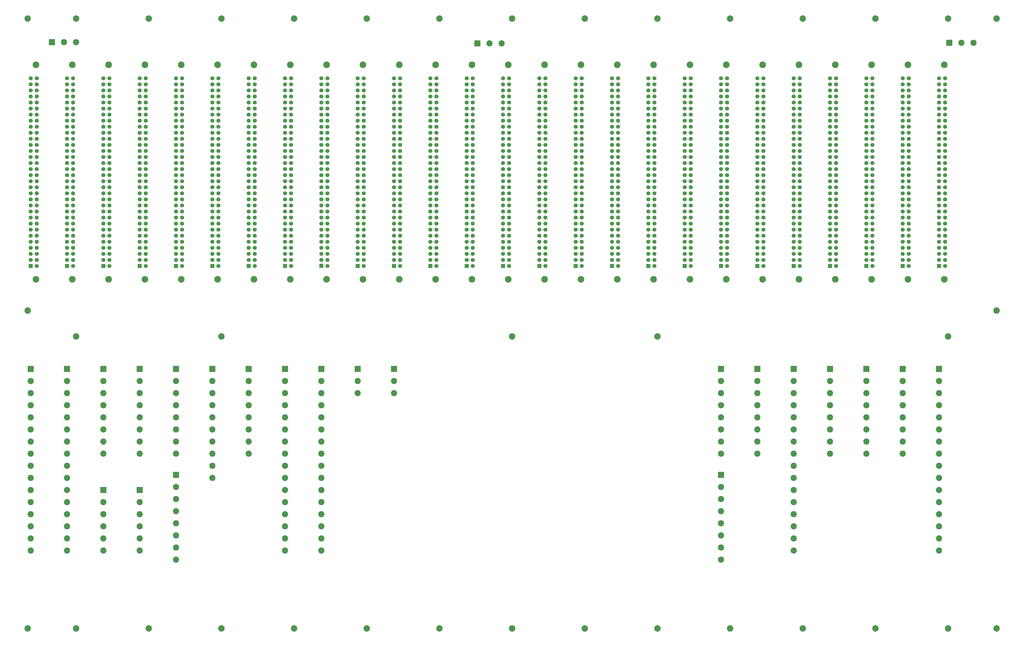
<source format=gbr>
G04 #@! TF.GenerationSoftware,KiCad,Pcbnew,(5.0.0)*
G04 #@! TF.CreationDate,2019-09-22T14:25:55+01:00*
G04 #@! TF.ProjectId,Backplane2,4261636B706C616E65322E6B69636164,rev?*
G04 #@! TF.SameCoordinates,Original*
G04 #@! TF.FileFunction,Soldermask,Top*
G04 #@! TF.FilePolarity,Negative*
%FSLAX46Y46*%
G04 Gerber Fmt 4.6, Leading zero omitted, Abs format (unit mm)*
G04 Created by KiCad (PCBNEW (5.0.0)) date 09/22/19 14:25:55*
%MOMM*%
%LPD*%
G01*
G04 APERTURE LIST*
%ADD10R,2.600000X2.600000*%
%ADD11C,2.600000*%
%ADD12C,2.700000*%
%ADD13C,2.800000*%
%ADD14C,1.700000*%
%ADD15R,1.700000X1.700000*%
G04 APERTURE END LIST*
D10*
G04 #@! TO.C,J202*
X66040000Y-228600000D03*
D11*
X66040000Y-233680000D03*
X66040000Y-238760000D03*
X66040000Y-243840000D03*
X66040000Y-248920000D03*
X66040000Y-254000000D03*
G04 #@! TD*
D10*
G04 #@! TO.C,J201*
X50800000Y-228600000D03*
D11*
X50800000Y-233680000D03*
X50800000Y-238760000D03*
X50800000Y-243840000D03*
X50800000Y-248920000D03*
X50800000Y-254000000D03*
G04 #@! TD*
D10*
G04 #@! TO.C,J106*
X96520000Y-177800000D03*
D11*
X96520000Y-182880000D03*
X96520000Y-187960000D03*
X96520000Y-193040000D03*
X96520000Y-198120000D03*
X96520000Y-203200000D03*
X96520000Y-208280000D03*
X96520000Y-213360000D03*
X96520000Y-218440000D03*
X96520000Y-223520000D03*
G04 #@! TD*
D12*
G04 #@! TO.C,TH58*
X425450000Y-30830000D03*
G04 #@! TD*
G04 #@! TO.C,TH358*
X425450000Y-286680000D03*
G04 #@! TD*
G04 #@! TO.C,TH357*
X405130000Y-286680000D03*
G04 #@! TD*
G04 #@! TO.C,TH57*
X405130000Y-30830000D03*
G04 #@! TD*
G04 #@! TO.C,TH3*
X222250000Y-164180000D03*
G04 #@! TD*
G04 #@! TO.C,TH4*
X222250000Y-286680000D03*
G04 #@! TD*
G04 #@! TO.C,TH251*
X283210000Y-164180000D03*
G04 #@! TD*
G04 #@! TO.C,TH239*
X100330000Y-164180000D03*
G04 #@! TD*
G04 #@! TO.C,TH235*
X39370000Y-164180000D03*
G04 #@! TD*
G04 #@! TO.C,TH139*
X425450000Y-153330000D03*
G04 #@! TD*
G04 #@! TO.C,TH135*
X19050000Y-153330000D03*
G04 #@! TD*
G04 #@! TO.C,TH1*
X222250000Y-30830000D03*
G04 #@! TD*
G04 #@! TO.C,TH45*
X191770000Y-30830000D03*
G04 #@! TD*
G04 #@! TO.C,TH33*
X19050000Y-30830000D03*
G04 #@! TD*
G04 #@! TO.C,TH35*
X39370000Y-30830000D03*
G04 #@! TD*
G04 #@! TO.C,TH37*
X69850000Y-30830000D03*
G04 #@! TD*
G04 #@! TO.C,TH39*
X100330000Y-30830000D03*
G04 #@! TD*
G04 #@! TO.C,TH41*
X130810000Y-30830000D03*
G04 #@! TD*
G04 #@! TO.C,TH43*
X161290000Y-30830000D03*
G04 #@! TD*
G04 #@! TO.C,TH49*
X252730000Y-30830000D03*
G04 #@! TD*
G04 #@! TO.C,TH51*
X283210000Y-30830000D03*
G04 #@! TD*
G04 #@! TO.C,TH53*
X313690000Y-30830000D03*
G04 #@! TD*
G04 #@! TO.C,TH55*
X344170000Y-30830000D03*
G04 #@! TD*
G04 #@! TO.C,TH333*
X19050000Y-286680000D03*
G04 #@! TD*
G04 #@! TO.C,TH335*
X39370000Y-286680000D03*
G04 #@! TD*
G04 #@! TO.C,TH337*
X69850000Y-286680000D03*
G04 #@! TD*
G04 #@! TO.C,TH339*
X100330000Y-286680000D03*
G04 #@! TD*
G04 #@! TO.C,TH341*
X130810000Y-286680000D03*
G04 #@! TD*
G04 #@! TO.C,TH343*
X161290000Y-286680000D03*
G04 #@! TD*
G04 #@! TO.C,TH345*
X191770000Y-286680000D03*
G04 #@! TD*
G04 #@! TO.C,TH348*
X252730000Y-286680000D03*
G04 #@! TD*
G04 #@! TO.C,TH350*
X283210000Y-286680000D03*
G04 #@! TD*
G04 #@! TO.C,TH352*
X313690000Y-286680000D03*
G04 #@! TD*
G04 #@! TO.C,TH354*
X344170000Y-286680000D03*
G04 #@! TD*
G04 #@! TO.C,TH256*
X405130000Y-164180000D03*
G04 #@! TD*
G04 #@! TO.C,TH56*
X374650000Y-30830000D03*
G04 #@! TD*
G04 #@! TO.C,TH356*
X374650000Y-286680000D03*
G04 #@! TD*
D13*
G04 #@! TO.C,J1*
X22560000Y-50250000D03*
X22560000Y-140250000D03*
D14*
X22860000Y-55880000D03*
X20320000Y-55880000D03*
X22860000Y-58420000D03*
X20320000Y-58420000D03*
X22860000Y-60960000D03*
X20320000Y-60960000D03*
X22860000Y-63500000D03*
X20320000Y-63500000D03*
X22860000Y-66040000D03*
X20320000Y-66040000D03*
X22860000Y-68580000D03*
X20320000Y-68580000D03*
X22860000Y-71120000D03*
X20320000Y-71120000D03*
X22860000Y-73660000D03*
X20320000Y-73660000D03*
X22860000Y-76200000D03*
X20320000Y-76200000D03*
X22860000Y-78740000D03*
X20320000Y-78740000D03*
X22860000Y-81280000D03*
X20320000Y-81280000D03*
X22860000Y-83820000D03*
X20320000Y-83820000D03*
X22860000Y-86360000D03*
X20320000Y-86360000D03*
X22860000Y-88900000D03*
X20320000Y-88900000D03*
X22860000Y-91440000D03*
X20320000Y-91440000D03*
X22860000Y-93980000D03*
X20320000Y-93980000D03*
X22860000Y-96520000D03*
X20320000Y-96520000D03*
X22860000Y-99060000D03*
X20320000Y-99060000D03*
X22860000Y-101600000D03*
X20320000Y-101600000D03*
X22860000Y-104140000D03*
X20320000Y-104140000D03*
X22860000Y-106680000D03*
X20320000Y-106680000D03*
X22860000Y-109220000D03*
X20320000Y-109220000D03*
X22860000Y-111760000D03*
X20320000Y-111760000D03*
X22860000Y-114300000D03*
X20320000Y-114300000D03*
X22860000Y-116840000D03*
X20320000Y-116840000D03*
X22860000Y-119380000D03*
X20320000Y-119380000D03*
X22860000Y-121920000D03*
X20320000Y-121920000D03*
X22860000Y-124460000D03*
X20320000Y-124460000D03*
X22860000Y-127000000D03*
X20320000Y-127000000D03*
X22860000Y-129540000D03*
X20320000Y-129540000D03*
X22860000Y-132080000D03*
X20320000Y-132080000D03*
X22860000Y-134620000D03*
D15*
X20320000Y-134620000D03*
G04 #@! TD*
D13*
G04 #@! TO.C,J2*
X37800000Y-50250000D03*
X37800000Y-140250000D03*
D14*
X38100000Y-55880000D03*
X35560000Y-55880000D03*
X38100000Y-58420000D03*
X35560000Y-58420000D03*
X38100000Y-60960000D03*
X35560000Y-60960000D03*
X38100000Y-63500000D03*
X35560000Y-63500000D03*
X38100000Y-66040000D03*
X35560000Y-66040000D03*
X38100000Y-68580000D03*
X35560000Y-68580000D03*
X38100000Y-71120000D03*
X35560000Y-71120000D03*
X38100000Y-73660000D03*
X35560000Y-73660000D03*
X38100000Y-76200000D03*
X35560000Y-76200000D03*
X38100000Y-78740000D03*
X35560000Y-78740000D03*
X38100000Y-81280000D03*
X35560000Y-81280000D03*
X38100000Y-83820000D03*
X35560000Y-83820000D03*
X38100000Y-86360000D03*
X35560000Y-86360000D03*
X38100000Y-88900000D03*
X35560000Y-88900000D03*
X38100000Y-91440000D03*
X35560000Y-91440000D03*
X38100000Y-93980000D03*
X35560000Y-93980000D03*
X38100000Y-96520000D03*
X35560000Y-96520000D03*
X38100000Y-99060000D03*
X35560000Y-99060000D03*
X38100000Y-101600000D03*
X35560000Y-101600000D03*
X38100000Y-104140000D03*
X35560000Y-104140000D03*
X38100000Y-106680000D03*
X35560000Y-106680000D03*
X38100000Y-109220000D03*
X35560000Y-109220000D03*
X38100000Y-111760000D03*
X35560000Y-111760000D03*
X38100000Y-114300000D03*
X35560000Y-114300000D03*
X38100000Y-116840000D03*
X35560000Y-116840000D03*
X38100000Y-119380000D03*
X35560000Y-119380000D03*
X38100000Y-121920000D03*
X35560000Y-121920000D03*
X38100000Y-124460000D03*
X35560000Y-124460000D03*
X38100000Y-127000000D03*
X35560000Y-127000000D03*
X38100000Y-129540000D03*
X35560000Y-129540000D03*
X38100000Y-132080000D03*
X35560000Y-132080000D03*
X38100000Y-134620000D03*
D15*
X35560000Y-134620000D03*
G04 #@! TD*
D13*
G04 #@! TO.C,J3*
X53040000Y-50250000D03*
X53040000Y-140250000D03*
D14*
X53340000Y-55880000D03*
X50800000Y-55880000D03*
X53340000Y-58420000D03*
X50800000Y-58420000D03*
X53340000Y-60960000D03*
X50800000Y-60960000D03*
X53340000Y-63500000D03*
X50800000Y-63500000D03*
X53340000Y-66040000D03*
X50800000Y-66040000D03*
X53340000Y-68580000D03*
X50800000Y-68580000D03*
X53340000Y-71120000D03*
X50800000Y-71120000D03*
X53340000Y-73660000D03*
X50800000Y-73660000D03*
X53340000Y-76200000D03*
X50800000Y-76200000D03*
X53340000Y-78740000D03*
X50800000Y-78740000D03*
X53340000Y-81280000D03*
X50800000Y-81280000D03*
X53340000Y-83820000D03*
X50800000Y-83820000D03*
X53340000Y-86360000D03*
X50800000Y-86360000D03*
X53340000Y-88900000D03*
X50800000Y-88900000D03*
X53340000Y-91440000D03*
X50800000Y-91440000D03*
X53340000Y-93980000D03*
X50800000Y-93980000D03*
X53340000Y-96520000D03*
X50800000Y-96520000D03*
X53340000Y-99060000D03*
X50800000Y-99060000D03*
X53340000Y-101600000D03*
X50800000Y-101600000D03*
X53340000Y-104140000D03*
X50800000Y-104140000D03*
X53340000Y-106680000D03*
X50800000Y-106680000D03*
X53340000Y-109220000D03*
X50800000Y-109220000D03*
X53340000Y-111760000D03*
X50800000Y-111760000D03*
X53340000Y-114300000D03*
X50800000Y-114300000D03*
X53340000Y-116840000D03*
X50800000Y-116840000D03*
X53340000Y-119380000D03*
X50800000Y-119380000D03*
X53340000Y-121920000D03*
X50800000Y-121920000D03*
X53340000Y-124460000D03*
X50800000Y-124460000D03*
X53340000Y-127000000D03*
X50800000Y-127000000D03*
X53340000Y-129540000D03*
X50800000Y-129540000D03*
X53340000Y-132080000D03*
X50800000Y-132080000D03*
X53340000Y-134620000D03*
D15*
X50800000Y-134620000D03*
G04 #@! TD*
D13*
G04 #@! TO.C,J13*
X205440000Y-50250000D03*
X205440000Y-140250000D03*
D14*
X205740000Y-55880000D03*
X203200000Y-55880000D03*
X205740000Y-58420000D03*
X203200000Y-58420000D03*
X205740000Y-60960000D03*
X203200000Y-60960000D03*
X205740000Y-63500000D03*
X203200000Y-63500000D03*
X205740000Y-66040000D03*
X203200000Y-66040000D03*
X205740000Y-68580000D03*
X203200000Y-68580000D03*
X205740000Y-71120000D03*
X203200000Y-71120000D03*
X205740000Y-73660000D03*
X203200000Y-73660000D03*
X205740000Y-76200000D03*
X203200000Y-76200000D03*
X205740000Y-78740000D03*
X203200000Y-78740000D03*
X205740000Y-81280000D03*
X203200000Y-81280000D03*
X205740000Y-83820000D03*
X203200000Y-83820000D03*
X205740000Y-86360000D03*
X203200000Y-86360000D03*
X205740000Y-88900000D03*
X203200000Y-88900000D03*
X205740000Y-91440000D03*
X203200000Y-91440000D03*
X205740000Y-93980000D03*
X203200000Y-93980000D03*
X205740000Y-96520000D03*
X203200000Y-96520000D03*
X205740000Y-99060000D03*
X203200000Y-99060000D03*
X205740000Y-101600000D03*
X203200000Y-101600000D03*
X205740000Y-104140000D03*
X203200000Y-104140000D03*
X205740000Y-106680000D03*
X203200000Y-106680000D03*
X205740000Y-109220000D03*
X203200000Y-109220000D03*
X205740000Y-111760000D03*
X203200000Y-111760000D03*
X205740000Y-114300000D03*
X203200000Y-114300000D03*
X205740000Y-116840000D03*
X203200000Y-116840000D03*
X205740000Y-119380000D03*
X203200000Y-119380000D03*
X205740000Y-121920000D03*
X203200000Y-121920000D03*
X205740000Y-124460000D03*
X203200000Y-124460000D03*
X205740000Y-127000000D03*
X203200000Y-127000000D03*
X205740000Y-129540000D03*
X203200000Y-129540000D03*
X205740000Y-132080000D03*
X203200000Y-132080000D03*
X205740000Y-134620000D03*
D15*
X203200000Y-134620000D03*
G04 #@! TD*
D13*
G04 #@! TO.C,J4*
X68280000Y-50250000D03*
X68280000Y-140250000D03*
D14*
X68580000Y-55880000D03*
X66040000Y-55880000D03*
X68580000Y-58420000D03*
X66040000Y-58420000D03*
X68580000Y-60960000D03*
X66040000Y-60960000D03*
X68580000Y-63500000D03*
X66040000Y-63500000D03*
X68580000Y-66040000D03*
X66040000Y-66040000D03*
X68580000Y-68580000D03*
X66040000Y-68580000D03*
X68580000Y-71120000D03*
X66040000Y-71120000D03*
X68580000Y-73660000D03*
X66040000Y-73660000D03*
X68580000Y-76200000D03*
X66040000Y-76200000D03*
X68580000Y-78740000D03*
X66040000Y-78740000D03*
X68580000Y-81280000D03*
X66040000Y-81280000D03*
X68580000Y-83820000D03*
X66040000Y-83820000D03*
X68580000Y-86360000D03*
X66040000Y-86360000D03*
X68580000Y-88900000D03*
X66040000Y-88900000D03*
X68580000Y-91440000D03*
X66040000Y-91440000D03*
X68580000Y-93980000D03*
X66040000Y-93980000D03*
X68580000Y-96520000D03*
X66040000Y-96520000D03*
X68580000Y-99060000D03*
X66040000Y-99060000D03*
X68580000Y-101600000D03*
X66040000Y-101600000D03*
X68580000Y-104140000D03*
X66040000Y-104140000D03*
X68580000Y-106680000D03*
X66040000Y-106680000D03*
X68580000Y-109220000D03*
X66040000Y-109220000D03*
X68580000Y-111760000D03*
X66040000Y-111760000D03*
X68580000Y-114300000D03*
X66040000Y-114300000D03*
X68580000Y-116840000D03*
X66040000Y-116840000D03*
X68580000Y-119380000D03*
X66040000Y-119380000D03*
X68580000Y-121920000D03*
X66040000Y-121920000D03*
X68580000Y-124460000D03*
X66040000Y-124460000D03*
X68580000Y-127000000D03*
X66040000Y-127000000D03*
X68580000Y-129540000D03*
X66040000Y-129540000D03*
X68580000Y-132080000D03*
X66040000Y-132080000D03*
X68580000Y-134620000D03*
D15*
X66040000Y-134620000D03*
G04 #@! TD*
D13*
G04 #@! TO.C,J5*
X83520000Y-50250000D03*
X83520000Y-140250000D03*
D14*
X83820000Y-55880000D03*
X81280000Y-55880000D03*
X83820000Y-58420000D03*
X81280000Y-58420000D03*
X83820000Y-60960000D03*
X81280000Y-60960000D03*
X83820000Y-63500000D03*
X81280000Y-63500000D03*
X83820000Y-66040000D03*
X81280000Y-66040000D03*
X83820000Y-68580000D03*
X81280000Y-68580000D03*
X83820000Y-71120000D03*
X81280000Y-71120000D03*
X83820000Y-73660000D03*
X81280000Y-73660000D03*
X83820000Y-76200000D03*
X81280000Y-76200000D03*
X83820000Y-78740000D03*
X81280000Y-78740000D03*
X83820000Y-81280000D03*
X81280000Y-81280000D03*
X83820000Y-83820000D03*
X81280000Y-83820000D03*
X83820000Y-86360000D03*
X81280000Y-86360000D03*
X83820000Y-88900000D03*
X81280000Y-88900000D03*
X83820000Y-91440000D03*
X81280000Y-91440000D03*
X83820000Y-93980000D03*
X81280000Y-93980000D03*
X83820000Y-96520000D03*
X81280000Y-96520000D03*
X83820000Y-99060000D03*
X81280000Y-99060000D03*
X83820000Y-101600000D03*
X81280000Y-101600000D03*
X83820000Y-104140000D03*
X81280000Y-104140000D03*
X83820000Y-106680000D03*
X81280000Y-106680000D03*
X83820000Y-109220000D03*
X81280000Y-109220000D03*
X83820000Y-111760000D03*
X81280000Y-111760000D03*
X83820000Y-114300000D03*
X81280000Y-114300000D03*
X83820000Y-116840000D03*
X81280000Y-116840000D03*
X83820000Y-119380000D03*
X81280000Y-119380000D03*
X83820000Y-121920000D03*
X81280000Y-121920000D03*
X83820000Y-124460000D03*
X81280000Y-124460000D03*
X83820000Y-127000000D03*
X81280000Y-127000000D03*
X83820000Y-129540000D03*
X81280000Y-129540000D03*
X83820000Y-132080000D03*
X81280000Y-132080000D03*
X83820000Y-134620000D03*
D15*
X81280000Y-134620000D03*
G04 #@! TD*
D13*
G04 #@! TO.C,J6*
X98760000Y-50250000D03*
X98760000Y-140250000D03*
D14*
X99060000Y-55880000D03*
X96520000Y-55880000D03*
X99060000Y-58420000D03*
X96520000Y-58420000D03*
X99060000Y-60960000D03*
X96520000Y-60960000D03*
X99060000Y-63500000D03*
X96520000Y-63500000D03*
X99060000Y-66040000D03*
X96520000Y-66040000D03*
X99060000Y-68580000D03*
X96520000Y-68580000D03*
X99060000Y-71120000D03*
X96520000Y-71120000D03*
X99060000Y-73660000D03*
X96520000Y-73660000D03*
X99060000Y-76200000D03*
X96520000Y-76200000D03*
X99060000Y-78740000D03*
X96520000Y-78740000D03*
X99060000Y-81280000D03*
X96520000Y-81280000D03*
X99060000Y-83820000D03*
X96520000Y-83820000D03*
X99060000Y-86360000D03*
X96520000Y-86360000D03*
X99060000Y-88900000D03*
X96520000Y-88900000D03*
X99060000Y-91440000D03*
X96520000Y-91440000D03*
X99060000Y-93980000D03*
X96520000Y-93980000D03*
X99060000Y-96520000D03*
X96520000Y-96520000D03*
X99060000Y-99060000D03*
X96520000Y-99060000D03*
X99060000Y-101600000D03*
X96520000Y-101600000D03*
X99060000Y-104140000D03*
X96520000Y-104140000D03*
X99060000Y-106680000D03*
X96520000Y-106680000D03*
X99060000Y-109220000D03*
X96520000Y-109220000D03*
X99060000Y-111760000D03*
X96520000Y-111760000D03*
X99060000Y-114300000D03*
X96520000Y-114300000D03*
X99060000Y-116840000D03*
X96520000Y-116840000D03*
X99060000Y-119380000D03*
X96520000Y-119380000D03*
X99060000Y-121920000D03*
X96520000Y-121920000D03*
X99060000Y-124460000D03*
X96520000Y-124460000D03*
X99060000Y-127000000D03*
X96520000Y-127000000D03*
X99060000Y-129540000D03*
X96520000Y-129540000D03*
X99060000Y-132080000D03*
X96520000Y-132080000D03*
X99060000Y-134620000D03*
D15*
X96520000Y-134620000D03*
G04 #@! TD*
D13*
G04 #@! TO.C,J7*
X114000000Y-50250000D03*
X114000000Y-140250000D03*
D14*
X114300000Y-55880000D03*
X111760000Y-55880000D03*
X114300000Y-58420000D03*
X111760000Y-58420000D03*
X114300000Y-60960000D03*
X111760000Y-60960000D03*
X114300000Y-63500000D03*
X111760000Y-63500000D03*
X114300000Y-66040000D03*
X111760000Y-66040000D03*
X114300000Y-68580000D03*
X111760000Y-68580000D03*
X114300000Y-71120000D03*
X111760000Y-71120000D03*
X114300000Y-73660000D03*
X111760000Y-73660000D03*
X114300000Y-76200000D03*
X111760000Y-76200000D03*
X114300000Y-78740000D03*
X111760000Y-78740000D03*
X114300000Y-81280000D03*
X111760000Y-81280000D03*
X114300000Y-83820000D03*
X111760000Y-83820000D03*
X114300000Y-86360000D03*
X111760000Y-86360000D03*
X114300000Y-88900000D03*
X111760000Y-88900000D03*
X114300000Y-91440000D03*
X111760000Y-91440000D03*
X114300000Y-93980000D03*
X111760000Y-93980000D03*
X114300000Y-96520000D03*
X111760000Y-96520000D03*
X114300000Y-99060000D03*
X111760000Y-99060000D03*
X114300000Y-101600000D03*
X111760000Y-101600000D03*
X114300000Y-104140000D03*
X111760000Y-104140000D03*
X114300000Y-106680000D03*
X111760000Y-106680000D03*
X114300000Y-109220000D03*
X111760000Y-109220000D03*
X114300000Y-111760000D03*
X111760000Y-111760000D03*
X114300000Y-114300000D03*
X111760000Y-114300000D03*
X114300000Y-116840000D03*
X111760000Y-116840000D03*
X114300000Y-119380000D03*
X111760000Y-119380000D03*
X114300000Y-121920000D03*
X111760000Y-121920000D03*
X114300000Y-124460000D03*
X111760000Y-124460000D03*
X114300000Y-127000000D03*
X111760000Y-127000000D03*
X114300000Y-129540000D03*
X111760000Y-129540000D03*
X114300000Y-132080000D03*
X111760000Y-132080000D03*
X114300000Y-134620000D03*
D15*
X111760000Y-134620000D03*
G04 #@! TD*
D13*
G04 #@! TO.C,J8*
X129240000Y-50250000D03*
X129240000Y-140250000D03*
D14*
X129540000Y-55880000D03*
X127000000Y-55880000D03*
X129540000Y-58420000D03*
X127000000Y-58420000D03*
X129540000Y-60960000D03*
X127000000Y-60960000D03*
X129540000Y-63500000D03*
X127000000Y-63500000D03*
X129540000Y-66040000D03*
X127000000Y-66040000D03*
X129540000Y-68580000D03*
X127000000Y-68580000D03*
X129540000Y-71120000D03*
X127000000Y-71120000D03*
X129540000Y-73660000D03*
X127000000Y-73660000D03*
X129540000Y-76200000D03*
X127000000Y-76200000D03*
X129540000Y-78740000D03*
X127000000Y-78740000D03*
X129540000Y-81280000D03*
X127000000Y-81280000D03*
X129540000Y-83820000D03*
X127000000Y-83820000D03*
X129540000Y-86360000D03*
X127000000Y-86360000D03*
X129540000Y-88900000D03*
X127000000Y-88900000D03*
X129540000Y-91440000D03*
X127000000Y-91440000D03*
X129540000Y-93980000D03*
X127000000Y-93980000D03*
X129540000Y-96520000D03*
X127000000Y-96520000D03*
X129540000Y-99060000D03*
X127000000Y-99060000D03*
X129540000Y-101600000D03*
X127000000Y-101600000D03*
X129540000Y-104140000D03*
X127000000Y-104140000D03*
X129540000Y-106680000D03*
X127000000Y-106680000D03*
X129540000Y-109220000D03*
X127000000Y-109220000D03*
X129540000Y-111760000D03*
X127000000Y-111760000D03*
X129540000Y-114300000D03*
X127000000Y-114300000D03*
X129540000Y-116840000D03*
X127000000Y-116840000D03*
X129540000Y-119380000D03*
X127000000Y-119380000D03*
X129540000Y-121920000D03*
X127000000Y-121920000D03*
X129540000Y-124460000D03*
X127000000Y-124460000D03*
X129540000Y-127000000D03*
X127000000Y-127000000D03*
X129540000Y-129540000D03*
X127000000Y-129540000D03*
X129540000Y-132080000D03*
X127000000Y-132080000D03*
X129540000Y-134620000D03*
D15*
X127000000Y-134620000D03*
G04 #@! TD*
D13*
G04 #@! TO.C,J9*
X144480000Y-50250000D03*
X144480000Y-140250000D03*
D14*
X144780000Y-55880000D03*
X142240000Y-55880000D03*
X144780000Y-58420000D03*
X142240000Y-58420000D03*
X144780000Y-60960000D03*
X142240000Y-60960000D03*
X144780000Y-63500000D03*
X142240000Y-63500000D03*
X144780000Y-66040000D03*
X142240000Y-66040000D03*
X144780000Y-68580000D03*
X142240000Y-68580000D03*
X144780000Y-71120000D03*
X142240000Y-71120000D03*
X144780000Y-73660000D03*
X142240000Y-73660000D03*
X144780000Y-76200000D03*
X142240000Y-76200000D03*
X144780000Y-78740000D03*
X142240000Y-78740000D03*
X144780000Y-81280000D03*
X142240000Y-81280000D03*
X144780000Y-83820000D03*
X142240000Y-83820000D03*
X144780000Y-86360000D03*
X142240000Y-86360000D03*
X144780000Y-88900000D03*
X142240000Y-88900000D03*
X144780000Y-91440000D03*
X142240000Y-91440000D03*
X144780000Y-93980000D03*
X142240000Y-93980000D03*
X144780000Y-96520000D03*
X142240000Y-96520000D03*
X144780000Y-99060000D03*
X142240000Y-99060000D03*
X144780000Y-101600000D03*
X142240000Y-101600000D03*
X144780000Y-104140000D03*
X142240000Y-104140000D03*
X144780000Y-106680000D03*
X142240000Y-106680000D03*
X144780000Y-109220000D03*
X142240000Y-109220000D03*
X144780000Y-111760000D03*
X142240000Y-111760000D03*
X144780000Y-114300000D03*
X142240000Y-114300000D03*
X144780000Y-116840000D03*
X142240000Y-116840000D03*
X144780000Y-119380000D03*
X142240000Y-119380000D03*
X144780000Y-121920000D03*
X142240000Y-121920000D03*
X144780000Y-124460000D03*
X142240000Y-124460000D03*
X144780000Y-127000000D03*
X142240000Y-127000000D03*
X144780000Y-129540000D03*
X142240000Y-129540000D03*
X144780000Y-132080000D03*
X142240000Y-132080000D03*
X144780000Y-134620000D03*
D15*
X142240000Y-134556000D03*
G04 #@! TD*
D13*
G04 #@! TO.C,J10*
X159720000Y-50250000D03*
X159720000Y-140250000D03*
D14*
X160020000Y-55880000D03*
X157480000Y-55880000D03*
X160020000Y-58420000D03*
X157480000Y-58420000D03*
X160020000Y-60960000D03*
X157480000Y-60960000D03*
X160020000Y-63500000D03*
X157480000Y-63500000D03*
X160020000Y-66040000D03*
X157480000Y-66040000D03*
X160020000Y-68580000D03*
X157480000Y-68580000D03*
X160020000Y-71120000D03*
X157480000Y-71120000D03*
X160020000Y-73660000D03*
X157480000Y-73660000D03*
X160020000Y-76200000D03*
X157480000Y-76200000D03*
X160020000Y-78740000D03*
X157480000Y-78740000D03*
X160020000Y-81280000D03*
X157480000Y-81280000D03*
X160020000Y-83820000D03*
X157480000Y-83820000D03*
X160020000Y-86360000D03*
X157480000Y-86360000D03*
X160020000Y-88900000D03*
X157480000Y-88900000D03*
X160020000Y-91440000D03*
X157480000Y-91440000D03*
X160020000Y-93980000D03*
X157480000Y-93980000D03*
X160020000Y-96520000D03*
X157480000Y-96520000D03*
X160020000Y-99060000D03*
X157480000Y-99060000D03*
X160020000Y-101600000D03*
X157480000Y-101600000D03*
X160020000Y-104140000D03*
X157480000Y-104140000D03*
X160020000Y-106680000D03*
X157480000Y-106680000D03*
X160020000Y-109220000D03*
X157480000Y-109220000D03*
X160020000Y-111760000D03*
X157480000Y-111760000D03*
X160020000Y-114300000D03*
X157480000Y-114300000D03*
X160020000Y-116840000D03*
X157480000Y-116840000D03*
X160020000Y-119380000D03*
X157480000Y-119380000D03*
X160020000Y-121920000D03*
X157480000Y-121920000D03*
X160020000Y-124460000D03*
X157480000Y-124460000D03*
X160020000Y-127000000D03*
X157480000Y-127000000D03*
X160020000Y-129540000D03*
X157480000Y-129540000D03*
X160020000Y-132080000D03*
X157480000Y-132080000D03*
X160020000Y-134620000D03*
D15*
X157480000Y-134620000D03*
G04 #@! TD*
D13*
G04 #@! TO.C,J11*
X174960000Y-50250000D03*
X174960000Y-140250000D03*
D14*
X175260000Y-55880000D03*
X172720000Y-55880000D03*
X175260000Y-58420000D03*
X172720000Y-58420000D03*
X175260000Y-60960000D03*
X172720000Y-60960000D03*
X175260000Y-63500000D03*
X172720000Y-63500000D03*
X175260000Y-66040000D03*
X172720000Y-66040000D03*
X175260000Y-68580000D03*
X172720000Y-68580000D03*
X175260000Y-71120000D03*
X172720000Y-71120000D03*
X175260000Y-73660000D03*
X172720000Y-73660000D03*
X175260000Y-76200000D03*
X172720000Y-76200000D03*
X175260000Y-78740000D03*
X172720000Y-78740000D03*
X175260000Y-81280000D03*
X172720000Y-81280000D03*
X175260000Y-83820000D03*
X172720000Y-83820000D03*
X175260000Y-86360000D03*
X172720000Y-86360000D03*
X175260000Y-88900000D03*
X172720000Y-88900000D03*
X175260000Y-91440000D03*
X172720000Y-91440000D03*
X175260000Y-93980000D03*
X172720000Y-93980000D03*
X175260000Y-96520000D03*
X172720000Y-96520000D03*
X175260000Y-99060000D03*
X172720000Y-99060000D03*
X175260000Y-101600000D03*
X172720000Y-101600000D03*
X175260000Y-104140000D03*
X172720000Y-104140000D03*
X175260000Y-106680000D03*
X172720000Y-106680000D03*
X175260000Y-109220000D03*
X172720000Y-109220000D03*
X175260000Y-111760000D03*
X172720000Y-111760000D03*
X175260000Y-114300000D03*
X172720000Y-114300000D03*
X175260000Y-116840000D03*
X172720000Y-116840000D03*
X175260000Y-119380000D03*
X172720000Y-119380000D03*
X175260000Y-121920000D03*
X172720000Y-121920000D03*
X175260000Y-124460000D03*
X172720000Y-124460000D03*
X175260000Y-127000000D03*
X172720000Y-127000000D03*
X175260000Y-129540000D03*
X172720000Y-129540000D03*
X175260000Y-132080000D03*
X172720000Y-132080000D03*
X175260000Y-134620000D03*
D15*
X172720000Y-134620000D03*
G04 #@! TD*
D13*
G04 #@! TO.C,J12*
X190200000Y-50250000D03*
X190200000Y-140250000D03*
D14*
X190500000Y-55880000D03*
X187960000Y-55880000D03*
X190500000Y-58420000D03*
X187960000Y-58420000D03*
X190500000Y-60960000D03*
X187960000Y-60960000D03*
X190500000Y-63500000D03*
X187960000Y-63500000D03*
X190500000Y-66040000D03*
X187960000Y-66040000D03*
X190500000Y-68580000D03*
X187960000Y-68580000D03*
X190500000Y-71120000D03*
X187960000Y-71120000D03*
X190500000Y-73660000D03*
X187960000Y-73660000D03*
X190500000Y-76200000D03*
X187960000Y-76200000D03*
X190500000Y-78740000D03*
X187960000Y-78740000D03*
X190500000Y-81280000D03*
X187960000Y-81280000D03*
X190500000Y-83820000D03*
X187960000Y-83820000D03*
X190500000Y-86360000D03*
X187960000Y-86360000D03*
X190500000Y-88900000D03*
X187960000Y-88900000D03*
X190500000Y-91440000D03*
X187960000Y-91440000D03*
X190500000Y-93980000D03*
X187960000Y-93980000D03*
X190500000Y-96520000D03*
X187960000Y-96520000D03*
X190500000Y-99060000D03*
X187960000Y-99060000D03*
X190500000Y-101600000D03*
X187960000Y-101600000D03*
X190500000Y-104140000D03*
X187960000Y-104140000D03*
X190500000Y-106680000D03*
X187960000Y-106680000D03*
X190500000Y-109220000D03*
X187960000Y-109220000D03*
X190500000Y-111760000D03*
X187960000Y-111760000D03*
X190500000Y-114300000D03*
X187960000Y-114300000D03*
X190500000Y-116840000D03*
X187960000Y-116840000D03*
X190500000Y-119380000D03*
X187960000Y-119380000D03*
X190500000Y-121920000D03*
X187960000Y-121920000D03*
X190500000Y-124460000D03*
X187960000Y-124460000D03*
X190500000Y-127000000D03*
X187960000Y-127000000D03*
X190500000Y-129540000D03*
X187960000Y-129540000D03*
X190500000Y-132080000D03*
X187960000Y-132080000D03*
X190500000Y-134620000D03*
D15*
X187960000Y-134620000D03*
G04 #@! TD*
D13*
G04 #@! TO.C,J15*
X235920000Y-50250000D03*
X235920000Y-140250000D03*
D14*
X236220000Y-55880000D03*
X233680000Y-55880000D03*
X236220000Y-58420000D03*
X233680000Y-58420000D03*
X236220000Y-60960000D03*
X233680000Y-60960000D03*
X236220000Y-63500000D03*
X233680000Y-63500000D03*
X236220000Y-66040000D03*
X233680000Y-66040000D03*
X236220000Y-68580000D03*
X233680000Y-68580000D03*
X236220000Y-71120000D03*
X233680000Y-71120000D03*
X236220000Y-73660000D03*
X233680000Y-73660000D03*
X236220000Y-76200000D03*
X233680000Y-76200000D03*
X236220000Y-78740000D03*
X233680000Y-78740000D03*
X236220000Y-81280000D03*
X233680000Y-81280000D03*
X236220000Y-83820000D03*
X233680000Y-83820000D03*
X236220000Y-86360000D03*
X233680000Y-86360000D03*
X236220000Y-88900000D03*
X233680000Y-88900000D03*
X236220000Y-91440000D03*
X233680000Y-91440000D03*
X236220000Y-93980000D03*
X233680000Y-93980000D03*
X236220000Y-96520000D03*
X233680000Y-96520000D03*
X236220000Y-99060000D03*
X233680000Y-99060000D03*
X236220000Y-101600000D03*
X233680000Y-101600000D03*
X236220000Y-104140000D03*
X233680000Y-104140000D03*
X236220000Y-106680000D03*
X233680000Y-106680000D03*
X236220000Y-109220000D03*
X233680000Y-109220000D03*
X236220000Y-111760000D03*
X233680000Y-111760000D03*
X236220000Y-114300000D03*
X233680000Y-114300000D03*
X236220000Y-116840000D03*
X233680000Y-116840000D03*
X236220000Y-119380000D03*
X233680000Y-119380000D03*
X236220000Y-121920000D03*
X233680000Y-121920000D03*
X236220000Y-124460000D03*
X233680000Y-124460000D03*
X236220000Y-127000000D03*
X233680000Y-127000000D03*
X236220000Y-129540000D03*
X233680000Y-129540000D03*
X236220000Y-132080000D03*
X233680000Y-132080000D03*
X236220000Y-134620000D03*
D15*
X233680000Y-134620000D03*
G04 #@! TD*
D13*
G04 #@! TO.C,J16*
X251160000Y-50250000D03*
X251160000Y-140250000D03*
D14*
X251460000Y-55880000D03*
X248920000Y-55880000D03*
X251460000Y-58420000D03*
X248920000Y-58420000D03*
X251460000Y-60960000D03*
X248920000Y-60960000D03*
X251460000Y-63500000D03*
X248920000Y-63500000D03*
X251460000Y-66040000D03*
X248920000Y-66040000D03*
X251460000Y-68580000D03*
X248920000Y-68580000D03*
X251460000Y-71120000D03*
X248920000Y-71120000D03*
X251460000Y-73660000D03*
X248920000Y-73660000D03*
X251460000Y-76200000D03*
X248920000Y-76200000D03*
X251460000Y-78740000D03*
X248920000Y-78740000D03*
X251460000Y-81280000D03*
X248920000Y-81280000D03*
X251460000Y-83820000D03*
X248920000Y-83820000D03*
X251460000Y-86360000D03*
X248920000Y-86360000D03*
X251460000Y-88900000D03*
X248920000Y-88900000D03*
X251460000Y-91440000D03*
X248920000Y-91440000D03*
X251460000Y-93980000D03*
X248920000Y-93980000D03*
X251460000Y-96520000D03*
X248920000Y-96520000D03*
X251460000Y-99060000D03*
X248920000Y-99060000D03*
X251460000Y-101600000D03*
X248920000Y-101600000D03*
X251460000Y-104140000D03*
X248920000Y-104140000D03*
X251460000Y-106680000D03*
X248920000Y-106680000D03*
X251460000Y-109220000D03*
X248920000Y-109220000D03*
X251460000Y-111760000D03*
X248920000Y-111760000D03*
X251460000Y-114300000D03*
X248920000Y-114300000D03*
X251460000Y-116840000D03*
X248920000Y-116840000D03*
X251460000Y-119380000D03*
X248920000Y-119380000D03*
X251460000Y-121920000D03*
X248920000Y-121920000D03*
X251460000Y-124460000D03*
X248920000Y-124460000D03*
X251460000Y-127000000D03*
X248920000Y-127000000D03*
X251460000Y-129540000D03*
X248920000Y-129540000D03*
X251460000Y-132080000D03*
X248920000Y-132080000D03*
X251460000Y-134620000D03*
D15*
X248920000Y-134620000D03*
G04 #@! TD*
D13*
G04 #@! TO.C,J17*
X266400000Y-50250000D03*
X266400000Y-140250000D03*
D14*
X266700000Y-55880000D03*
X264160000Y-55880000D03*
X266700000Y-58420000D03*
X264160000Y-58420000D03*
X266700000Y-60960000D03*
X264160000Y-60960000D03*
X266700000Y-63500000D03*
X264160000Y-63500000D03*
X266700000Y-66040000D03*
X264160000Y-66040000D03*
X266700000Y-68580000D03*
X264160000Y-68580000D03*
X266700000Y-71120000D03*
X264160000Y-71120000D03*
X266700000Y-73660000D03*
X264160000Y-73660000D03*
X266700000Y-76200000D03*
X264160000Y-76200000D03*
X266700000Y-78740000D03*
X264160000Y-78740000D03*
X266700000Y-81280000D03*
X264160000Y-81280000D03*
X266700000Y-83820000D03*
X264160000Y-83820000D03*
X266700000Y-86360000D03*
X264160000Y-86360000D03*
X266700000Y-88900000D03*
X264160000Y-88900000D03*
X266700000Y-91440000D03*
X264160000Y-91440000D03*
X266700000Y-93980000D03*
X264160000Y-93980000D03*
X266700000Y-96520000D03*
X264160000Y-96520000D03*
X266700000Y-99060000D03*
X264160000Y-99060000D03*
X266700000Y-101600000D03*
X264160000Y-101600000D03*
X266700000Y-104140000D03*
X264160000Y-104140000D03*
X266700000Y-106680000D03*
X264160000Y-106680000D03*
X266700000Y-109220000D03*
X264160000Y-109220000D03*
X266700000Y-111760000D03*
X264160000Y-111760000D03*
X266700000Y-114300000D03*
X264160000Y-114300000D03*
X266700000Y-116840000D03*
X264160000Y-116840000D03*
X266700000Y-119380000D03*
X264160000Y-119380000D03*
X266700000Y-121920000D03*
X264160000Y-121920000D03*
X266700000Y-124460000D03*
X264160000Y-124460000D03*
X266700000Y-127000000D03*
X264160000Y-127000000D03*
X266700000Y-129540000D03*
X264160000Y-129540000D03*
X266700000Y-132080000D03*
X264160000Y-132080000D03*
X266700000Y-134620000D03*
D15*
X264160000Y-134620000D03*
G04 #@! TD*
D13*
G04 #@! TO.C,J18*
X281640000Y-50250000D03*
X281640000Y-140250000D03*
D14*
X281940000Y-55880000D03*
X279400000Y-55880000D03*
X281940000Y-58420000D03*
X279400000Y-58420000D03*
X281940000Y-60960000D03*
X279400000Y-60960000D03*
X281940000Y-63500000D03*
X279400000Y-63500000D03*
X281940000Y-66040000D03*
X279400000Y-66040000D03*
X281940000Y-68580000D03*
X279400000Y-68580000D03*
X281940000Y-71120000D03*
X279400000Y-71120000D03*
X281940000Y-73660000D03*
X279400000Y-73660000D03*
X281940000Y-76200000D03*
X279400000Y-76200000D03*
X281940000Y-78740000D03*
X279400000Y-78740000D03*
X281940000Y-81280000D03*
X279400000Y-81280000D03*
X281940000Y-83820000D03*
X279400000Y-83820000D03*
X281940000Y-86360000D03*
X279400000Y-86360000D03*
X281940000Y-88900000D03*
X279400000Y-88900000D03*
X281940000Y-91440000D03*
X279400000Y-91440000D03*
X281940000Y-93980000D03*
X279400000Y-93980000D03*
X281940000Y-96520000D03*
X279400000Y-96520000D03*
X281940000Y-99060000D03*
X279400000Y-99060000D03*
X281940000Y-101600000D03*
X279400000Y-101600000D03*
X281940000Y-104140000D03*
X279400000Y-104140000D03*
X281940000Y-106680000D03*
X279400000Y-106680000D03*
X281940000Y-109220000D03*
X279400000Y-109220000D03*
X281940000Y-111760000D03*
X279400000Y-111760000D03*
X281940000Y-114300000D03*
X279400000Y-114300000D03*
X281940000Y-116840000D03*
X279400000Y-116840000D03*
X281940000Y-119380000D03*
X279400000Y-119380000D03*
X281940000Y-121920000D03*
X279400000Y-121920000D03*
X281940000Y-124460000D03*
X279400000Y-124460000D03*
X281940000Y-127000000D03*
X279400000Y-127000000D03*
X281940000Y-129540000D03*
X279400000Y-129540000D03*
X281940000Y-132080000D03*
X279400000Y-132080000D03*
X281940000Y-134620000D03*
D15*
X279400000Y-134620000D03*
G04 #@! TD*
D13*
G04 #@! TO.C,J19*
X296880000Y-50250000D03*
X296880000Y-140250000D03*
D14*
X297180000Y-55880000D03*
X294640000Y-55880000D03*
X297180000Y-58420000D03*
X294640000Y-58420000D03*
X297180000Y-60960000D03*
X294640000Y-60960000D03*
X297180000Y-63500000D03*
X294640000Y-63500000D03*
X297180000Y-66040000D03*
X294640000Y-66040000D03*
X297180000Y-68580000D03*
X294640000Y-68580000D03*
X297180000Y-71120000D03*
X294640000Y-71120000D03*
X297180000Y-73660000D03*
X294640000Y-73660000D03*
X297180000Y-76200000D03*
X294640000Y-76200000D03*
X297180000Y-78740000D03*
X294640000Y-78740000D03*
X297180000Y-81280000D03*
X294640000Y-81280000D03*
X297180000Y-83820000D03*
X294640000Y-83820000D03*
X297180000Y-86360000D03*
X294640000Y-86360000D03*
X297180000Y-88900000D03*
X294640000Y-88900000D03*
X297180000Y-91440000D03*
X294640000Y-91440000D03*
X297180000Y-93980000D03*
X294640000Y-93980000D03*
X297180000Y-96520000D03*
X294640000Y-96520000D03*
X297180000Y-99060000D03*
X294640000Y-99060000D03*
X297180000Y-101600000D03*
X294640000Y-101600000D03*
X297180000Y-104140000D03*
X294640000Y-104140000D03*
X297180000Y-106680000D03*
X294640000Y-106680000D03*
X297180000Y-109220000D03*
X294640000Y-109220000D03*
X297180000Y-111760000D03*
X294640000Y-111760000D03*
X297180000Y-114300000D03*
X294640000Y-114300000D03*
X297180000Y-116840000D03*
X294640000Y-116840000D03*
X297180000Y-119380000D03*
X294640000Y-119380000D03*
X297180000Y-121920000D03*
X294640000Y-121920000D03*
X297180000Y-124460000D03*
X294640000Y-124460000D03*
X297180000Y-127000000D03*
X294640000Y-127000000D03*
X297180000Y-129540000D03*
X294640000Y-129540000D03*
X297180000Y-132080000D03*
X294640000Y-132080000D03*
X297180000Y-134620000D03*
D15*
X294640000Y-134620000D03*
G04 #@! TD*
D13*
G04 #@! TO.C,J20*
X312120000Y-50250000D03*
X312120000Y-140250000D03*
D14*
X312420000Y-55880000D03*
X309880000Y-55880000D03*
X312420000Y-58420000D03*
X309880000Y-58420000D03*
X312420000Y-60960000D03*
X309880000Y-60960000D03*
X312420000Y-63500000D03*
X309880000Y-63500000D03*
X312420000Y-66040000D03*
X309880000Y-66040000D03*
X312420000Y-68580000D03*
X309880000Y-68580000D03*
X312420000Y-71120000D03*
X309880000Y-71120000D03*
X312420000Y-73660000D03*
X309880000Y-73660000D03*
X312420000Y-76200000D03*
X309880000Y-76200000D03*
X312420000Y-78740000D03*
X309880000Y-78740000D03*
X312420000Y-81280000D03*
X309880000Y-81280000D03*
X312420000Y-83820000D03*
X309880000Y-83820000D03*
X312420000Y-86360000D03*
X309880000Y-86360000D03*
X312420000Y-88900000D03*
X309880000Y-88900000D03*
X312420000Y-91440000D03*
X309880000Y-91440000D03*
X312420000Y-93980000D03*
X309880000Y-93980000D03*
X312420000Y-96520000D03*
X309880000Y-96520000D03*
X312420000Y-99060000D03*
X309880000Y-99060000D03*
X312420000Y-101600000D03*
X309880000Y-101600000D03*
X312420000Y-104140000D03*
X309880000Y-104140000D03*
X312420000Y-106680000D03*
X309880000Y-106680000D03*
X312420000Y-109220000D03*
X309880000Y-109220000D03*
X312420000Y-111760000D03*
X309880000Y-111760000D03*
X312420000Y-114300000D03*
X309880000Y-114300000D03*
X312420000Y-116840000D03*
X309880000Y-116840000D03*
X312420000Y-119380000D03*
X309880000Y-119380000D03*
X312420000Y-121920000D03*
X309880000Y-121920000D03*
X312420000Y-124460000D03*
X309880000Y-124460000D03*
X312420000Y-127000000D03*
X309880000Y-127000000D03*
X312420000Y-129540000D03*
X309880000Y-129540000D03*
X312420000Y-132080000D03*
X309880000Y-132080000D03*
X312420000Y-134620000D03*
D15*
X309880000Y-134620000D03*
G04 #@! TD*
D13*
G04 #@! TO.C,J21*
X327360000Y-50250000D03*
X327360000Y-140250000D03*
D14*
X327660000Y-55880000D03*
X325120000Y-55880000D03*
X327660000Y-58420000D03*
X325120000Y-58420000D03*
X327660000Y-60960000D03*
X325120000Y-60960000D03*
X327660000Y-63500000D03*
X325120000Y-63500000D03*
X327660000Y-66040000D03*
X325120000Y-66040000D03*
X327660000Y-68580000D03*
X325120000Y-68580000D03*
X327660000Y-71120000D03*
X325120000Y-71120000D03*
X327660000Y-73660000D03*
X325120000Y-73660000D03*
X327660000Y-76200000D03*
X325120000Y-76200000D03*
X327660000Y-78740000D03*
X325120000Y-78740000D03*
X327660000Y-81280000D03*
X325120000Y-81280000D03*
X327660000Y-83820000D03*
X325120000Y-83820000D03*
X327660000Y-86360000D03*
X325120000Y-86360000D03*
X327660000Y-88900000D03*
X325120000Y-88900000D03*
X327660000Y-91440000D03*
X325120000Y-91440000D03*
X327660000Y-93980000D03*
X325120000Y-93980000D03*
X327660000Y-96520000D03*
X325120000Y-96520000D03*
X327660000Y-99060000D03*
X325120000Y-99060000D03*
X327660000Y-101600000D03*
X325120000Y-101600000D03*
X327660000Y-104140000D03*
X325120000Y-104140000D03*
X327660000Y-106680000D03*
X325120000Y-106680000D03*
X327660000Y-109220000D03*
X325120000Y-109220000D03*
X327660000Y-111760000D03*
X325120000Y-111760000D03*
X327660000Y-114300000D03*
X325120000Y-114300000D03*
X327660000Y-116840000D03*
X325120000Y-116840000D03*
X327660000Y-119380000D03*
X325120000Y-119380000D03*
X327660000Y-121920000D03*
X325120000Y-121920000D03*
X327660000Y-124460000D03*
X325120000Y-124460000D03*
X327660000Y-127000000D03*
X325120000Y-127000000D03*
X327660000Y-129540000D03*
X325120000Y-129540000D03*
X327660000Y-132080000D03*
X325120000Y-132080000D03*
X327660000Y-134620000D03*
D15*
X325120000Y-134620000D03*
G04 #@! TD*
D13*
G04 #@! TO.C,J22*
X342600000Y-50250000D03*
X342600000Y-140250000D03*
D14*
X342900000Y-55880000D03*
X340360000Y-55880000D03*
X342900000Y-58420000D03*
X340360000Y-58420000D03*
X342900000Y-60960000D03*
X340360000Y-60960000D03*
X342900000Y-63500000D03*
X340360000Y-63500000D03*
X342900000Y-66040000D03*
X340360000Y-66040000D03*
X342900000Y-68580000D03*
X340360000Y-68580000D03*
X342900000Y-71120000D03*
X340360000Y-71120000D03*
X342900000Y-73660000D03*
X340360000Y-73660000D03*
X342900000Y-76200000D03*
X340360000Y-76200000D03*
X342900000Y-78740000D03*
X340360000Y-78740000D03*
X342900000Y-81280000D03*
X340360000Y-81280000D03*
X342900000Y-83820000D03*
X340360000Y-83820000D03*
X342900000Y-86360000D03*
X340360000Y-86360000D03*
X342900000Y-88900000D03*
X340360000Y-88900000D03*
X342900000Y-91440000D03*
X340360000Y-91440000D03*
X342900000Y-93980000D03*
X340360000Y-93980000D03*
X342900000Y-96520000D03*
X340360000Y-96520000D03*
X342900000Y-99060000D03*
X340360000Y-99060000D03*
X342900000Y-101600000D03*
X340360000Y-101600000D03*
X342900000Y-104140000D03*
X340360000Y-104140000D03*
X342900000Y-106680000D03*
X340360000Y-106680000D03*
X342900000Y-109220000D03*
X340360000Y-109220000D03*
X342900000Y-111760000D03*
X340360000Y-111760000D03*
X342900000Y-114300000D03*
X340360000Y-114300000D03*
X342900000Y-116840000D03*
X340360000Y-116840000D03*
X342900000Y-119380000D03*
X340360000Y-119380000D03*
X342900000Y-121920000D03*
X340360000Y-121920000D03*
X342900000Y-124460000D03*
X340360000Y-124460000D03*
X342900000Y-127000000D03*
X340360000Y-127000000D03*
X342900000Y-129540000D03*
X340360000Y-129540000D03*
X342900000Y-132080000D03*
X340360000Y-132080000D03*
X342900000Y-134620000D03*
D15*
X340360000Y-134620000D03*
G04 #@! TD*
D13*
G04 #@! TO.C,J23*
X357840000Y-50250000D03*
X357840000Y-140250000D03*
D14*
X358140000Y-55880000D03*
X355600000Y-55880000D03*
X358140000Y-58420000D03*
X355600000Y-58420000D03*
X358140000Y-60960000D03*
X355600000Y-60960000D03*
X358140000Y-63500000D03*
X355600000Y-63500000D03*
X358140000Y-66040000D03*
X355600000Y-66040000D03*
X358140000Y-68580000D03*
X355600000Y-68580000D03*
X358140000Y-71120000D03*
X355600000Y-71120000D03*
X358140000Y-73660000D03*
X355600000Y-73660000D03*
X358140000Y-76200000D03*
X355600000Y-76200000D03*
X358140000Y-78740000D03*
X355600000Y-78740000D03*
X358140000Y-81280000D03*
X355600000Y-81280000D03*
X358140000Y-83820000D03*
X355600000Y-83820000D03*
X358140000Y-86360000D03*
X355600000Y-86360000D03*
X358140000Y-88900000D03*
X355600000Y-88900000D03*
X358140000Y-91440000D03*
X355600000Y-91440000D03*
X358140000Y-93980000D03*
X355600000Y-93980000D03*
X358140000Y-96520000D03*
X355600000Y-96520000D03*
X358140000Y-99060000D03*
X355600000Y-99060000D03*
X358140000Y-101600000D03*
X355600000Y-101600000D03*
X358140000Y-104140000D03*
X355600000Y-104140000D03*
X358140000Y-106680000D03*
X355600000Y-106680000D03*
X358140000Y-109220000D03*
X355600000Y-109220000D03*
X358140000Y-111760000D03*
X355600000Y-111760000D03*
X358140000Y-114300000D03*
X355600000Y-114300000D03*
X358140000Y-116840000D03*
X355600000Y-116840000D03*
X358140000Y-119380000D03*
X355600000Y-119380000D03*
X358140000Y-121920000D03*
X355600000Y-121920000D03*
X358140000Y-124460000D03*
X355600000Y-124460000D03*
X358140000Y-127000000D03*
X355600000Y-127000000D03*
X358140000Y-129540000D03*
X355600000Y-129540000D03*
X358140000Y-132080000D03*
X355600000Y-132080000D03*
X358140000Y-134620000D03*
D15*
X355600000Y-134620000D03*
G04 #@! TD*
D13*
G04 #@! TO.C,J24*
X373080000Y-50250000D03*
X373080000Y-140250000D03*
D14*
X373380000Y-55880000D03*
X370840000Y-55880000D03*
X373380000Y-58420000D03*
X370840000Y-58420000D03*
X373380000Y-60960000D03*
X370840000Y-60960000D03*
X373380000Y-63500000D03*
X370840000Y-63500000D03*
X373380000Y-66040000D03*
X370840000Y-66040000D03*
X373380000Y-68580000D03*
X370840000Y-68580000D03*
X373380000Y-71120000D03*
X370840000Y-71120000D03*
X373380000Y-73660000D03*
X370840000Y-73660000D03*
X373380000Y-76200000D03*
X370840000Y-76200000D03*
X373380000Y-78740000D03*
X370840000Y-78740000D03*
X373380000Y-81280000D03*
X370840000Y-81280000D03*
X373380000Y-83820000D03*
X370840000Y-83820000D03*
X373380000Y-86360000D03*
X370840000Y-86360000D03*
X373380000Y-88900000D03*
X370840000Y-88900000D03*
X373380000Y-91440000D03*
X370840000Y-91440000D03*
X373380000Y-93980000D03*
X370840000Y-93980000D03*
X373380000Y-96520000D03*
X370840000Y-96520000D03*
X373380000Y-99060000D03*
X370840000Y-99060000D03*
X373380000Y-101600000D03*
X370840000Y-101600000D03*
X373380000Y-104140000D03*
X370840000Y-104140000D03*
X373380000Y-106680000D03*
X370840000Y-106680000D03*
X373380000Y-109220000D03*
X370840000Y-109220000D03*
X373380000Y-111760000D03*
X370840000Y-111760000D03*
X373380000Y-114300000D03*
X370840000Y-114300000D03*
X373380000Y-116840000D03*
X370840000Y-116840000D03*
X373380000Y-119380000D03*
X370840000Y-119380000D03*
X373380000Y-121920000D03*
X370840000Y-121920000D03*
X373380000Y-124460000D03*
X370840000Y-124460000D03*
X373380000Y-127000000D03*
X370840000Y-127000000D03*
X373380000Y-129540000D03*
X370840000Y-129540000D03*
X373380000Y-132080000D03*
X370840000Y-132080000D03*
X373380000Y-134620000D03*
D15*
X370840000Y-134620000D03*
G04 #@! TD*
D13*
G04 #@! TO.C,J14*
X220680000Y-50250000D03*
X220680000Y-140250000D03*
D14*
X220980000Y-55880000D03*
X218440000Y-55880000D03*
X220980000Y-58420000D03*
X218440000Y-58420000D03*
X220980000Y-60960000D03*
X218440000Y-60960000D03*
X220980000Y-63500000D03*
X218440000Y-63500000D03*
X220980000Y-66040000D03*
X218440000Y-66040000D03*
X220980000Y-68580000D03*
X218440000Y-68580000D03*
X220980000Y-71120000D03*
X218440000Y-71120000D03*
X220980000Y-73660000D03*
X218440000Y-73660000D03*
X220980000Y-76200000D03*
X218440000Y-76200000D03*
X220980000Y-78740000D03*
X218440000Y-78740000D03*
X220980000Y-81280000D03*
X218440000Y-81280000D03*
X220980000Y-83820000D03*
X218440000Y-83820000D03*
X220980000Y-86360000D03*
X218440000Y-86360000D03*
X220980000Y-88900000D03*
X218440000Y-88900000D03*
X220980000Y-91440000D03*
X218440000Y-91440000D03*
X220980000Y-93980000D03*
X218440000Y-93980000D03*
X220980000Y-96520000D03*
X218440000Y-96520000D03*
X220980000Y-99060000D03*
X218440000Y-99060000D03*
X220980000Y-101600000D03*
X218440000Y-101600000D03*
X220980000Y-104140000D03*
X218440000Y-104140000D03*
X220980000Y-106680000D03*
X218440000Y-106680000D03*
X220980000Y-109220000D03*
X218440000Y-109220000D03*
X220980000Y-111760000D03*
X218440000Y-111760000D03*
X220980000Y-114300000D03*
X218440000Y-114300000D03*
X220980000Y-116840000D03*
X218440000Y-116840000D03*
X220980000Y-119380000D03*
X218440000Y-119380000D03*
X220980000Y-121920000D03*
X218440000Y-121920000D03*
X220980000Y-124460000D03*
X218440000Y-124460000D03*
X220980000Y-127000000D03*
X218440000Y-127000000D03*
X220980000Y-129540000D03*
X218440000Y-129540000D03*
X220980000Y-132080000D03*
X218440000Y-132080000D03*
X220980000Y-134620000D03*
D15*
X218440000Y-134620000D03*
G04 #@! TD*
G04 #@! TO.C,J25*
X386080000Y-134620000D03*
D14*
X388620000Y-134620000D03*
X386080000Y-132080000D03*
X388620000Y-132080000D03*
X386080000Y-129540000D03*
X388620000Y-129540000D03*
X386080000Y-127000000D03*
X388620000Y-127000000D03*
X386080000Y-124460000D03*
X388620000Y-124460000D03*
X386080000Y-121920000D03*
X388620000Y-121920000D03*
X386080000Y-119380000D03*
X388620000Y-119380000D03*
X386080000Y-116840000D03*
X388620000Y-116840000D03*
X386080000Y-114300000D03*
X388620000Y-114300000D03*
X386080000Y-111760000D03*
X388620000Y-111760000D03*
X386080000Y-109220000D03*
X388620000Y-109220000D03*
X386080000Y-106680000D03*
X388620000Y-106680000D03*
X386080000Y-104140000D03*
X388620000Y-104140000D03*
X386080000Y-101600000D03*
X388620000Y-101600000D03*
X386080000Y-99060000D03*
X388620000Y-99060000D03*
X386080000Y-96520000D03*
X388620000Y-96520000D03*
X386080000Y-93980000D03*
X388620000Y-93980000D03*
X386080000Y-91440000D03*
X388620000Y-91440000D03*
X386080000Y-88900000D03*
X388620000Y-88900000D03*
X386080000Y-86360000D03*
X388620000Y-86360000D03*
X386080000Y-83820000D03*
X388620000Y-83820000D03*
X386080000Y-81280000D03*
X388620000Y-81280000D03*
X386080000Y-78740000D03*
X388620000Y-78740000D03*
X386080000Y-76200000D03*
X388620000Y-76200000D03*
X386080000Y-73660000D03*
X388620000Y-73660000D03*
X386080000Y-71120000D03*
X388620000Y-71120000D03*
X386080000Y-68580000D03*
X388620000Y-68580000D03*
X386080000Y-66040000D03*
X388620000Y-66040000D03*
X386080000Y-63500000D03*
X388620000Y-63500000D03*
X386080000Y-60960000D03*
X388620000Y-60960000D03*
X386080000Y-58420000D03*
X388620000Y-58420000D03*
X386080000Y-55880000D03*
X388620000Y-55880000D03*
D13*
X388320000Y-140250000D03*
X388320000Y-50250000D03*
G04 #@! TD*
D15*
G04 #@! TO.C,J57*
X401320000Y-134620000D03*
D14*
X403860000Y-134620000D03*
X401320000Y-132080000D03*
X403860000Y-132080000D03*
X401320000Y-129540000D03*
X403860000Y-129540000D03*
X401320000Y-127000000D03*
X403860000Y-127000000D03*
X401320000Y-124460000D03*
X403860000Y-124460000D03*
X401320000Y-121920000D03*
X403860000Y-121920000D03*
X401320000Y-119380000D03*
X403860000Y-119380000D03*
X401320000Y-116840000D03*
X403860000Y-116840000D03*
X401320000Y-114300000D03*
X403860000Y-114300000D03*
X401320000Y-111760000D03*
X403860000Y-111760000D03*
X401320000Y-109220000D03*
X403860000Y-109220000D03*
X401320000Y-106680000D03*
X403860000Y-106680000D03*
X401320000Y-104140000D03*
X403860000Y-104140000D03*
X401320000Y-101600000D03*
X403860000Y-101600000D03*
X401320000Y-99060000D03*
X403860000Y-99060000D03*
X401320000Y-96520000D03*
X403860000Y-96520000D03*
X401320000Y-93980000D03*
X403860000Y-93980000D03*
X401320000Y-91440000D03*
X403860000Y-91440000D03*
X401320000Y-88900000D03*
X403860000Y-88900000D03*
X401320000Y-86360000D03*
X403860000Y-86360000D03*
X401320000Y-83820000D03*
X403860000Y-83820000D03*
X401320000Y-81280000D03*
X403860000Y-81280000D03*
X401320000Y-78740000D03*
X403860000Y-78740000D03*
X401320000Y-76200000D03*
X403860000Y-76200000D03*
X401320000Y-73660000D03*
X403860000Y-73660000D03*
X401320000Y-71120000D03*
X403860000Y-71120000D03*
X401320000Y-68580000D03*
X403860000Y-68580000D03*
X401320000Y-66040000D03*
X403860000Y-66040000D03*
X401320000Y-63500000D03*
X403860000Y-63500000D03*
X401320000Y-60960000D03*
X403860000Y-60960000D03*
X401320000Y-58420000D03*
X403860000Y-58420000D03*
X401320000Y-55880000D03*
X403860000Y-55880000D03*
D13*
X403560000Y-140250000D03*
X403560000Y-50250000D03*
G04 #@! TD*
D10*
G04 #@! TO.C,J101*
X20320000Y-177800000D03*
D11*
X20320000Y-182880000D03*
X20320000Y-187960000D03*
X20320000Y-193040000D03*
X20320000Y-198120000D03*
X20320000Y-203200000D03*
X20320000Y-208280000D03*
X20320000Y-213360000D03*
X20320000Y-218440000D03*
X20320000Y-223520000D03*
X20320000Y-228600000D03*
X20320000Y-233680000D03*
X20320000Y-238760000D03*
X20320000Y-243840000D03*
X20320000Y-248920000D03*
X20320000Y-254000000D03*
G04 #@! TD*
G04 #@! TO.C,J102*
X35560000Y-254000000D03*
X35560000Y-248920000D03*
X35560000Y-243840000D03*
X35560000Y-238760000D03*
X35560000Y-233680000D03*
X35560000Y-228600000D03*
X35560000Y-223520000D03*
X35560000Y-218440000D03*
X35560000Y-213360000D03*
X35560000Y-208280000D03*
X35560000Y-203200000D03*
X35560000Y-198120000D03*
X35560000Y-193040000D03*
X35560000Y-187960000D03*
X35560000Y-182880000D03*
D10*
X35560000Y-177800000D03*
G04 #@! TD*
D11*
G04 #@! TO.C,J103*
X50800000Y-213360000D03*
X50800000Y-208280000D03*
X50800000Y-203200000D03*
X50800000Y-198120000D03*
X50800000Y-193040000D03*
X50800000Y-187960000D03*
X50800000Y-182880000D03*
D10*
X50800000Y-177800000D03*
G04 #@! TD*
G04 #@! TO.C,J104*
X66040000Y-177800000D03*
D11*
X66040000Y-182880000D03*
X66040000Y-187960000D03*
X66040000Y-193040000D03*
X66040000Y-198120000D03*
X66040000Y-203200000D03*
X66040000Y-208280000D03*
X66040000Y-213360000D03*
G04 #@! TD*
G04 #@! TO.C,J105*
X81280000Y-213360000D03*
X81280000Y-208280000D03*
X81280000Y-203200000D03*
X81280000Y-198120000D03*
X81280000Y-193040000D03*
X81280000Y-187960000D03*
X81280000Y-182880000D03*
D10*
X81280000Y-177800000D03*
G04 #@! TD*
G04 #@! TO.C,J107*
X111760000Y-177800000D03*
D11*
X111760000Y-182880000D03*
X111760000Y-187960000D03*
X111760000Y-193040000D03*
X111760000Y-198120000D03*
X111760000Y-203200000D03*
X111760000Y-208280000D03*
X111760000Y-213360000D03*
G04 #@! TD*
G04 #@! TO.C,J108*
X127000000Y-254000000D03*
X127000000Y-248920000D03*
X127000000Y-243840000D03*
X127000000Y-238760000D03*
X127000000Y-233680000D03*
X127000000Y-228600000D03*
X127000000Y-223520000D03*
X127000000Y-218440000D03*
X127000000Y-213360000D03*
X127000000Y-208280000D03*
X127000000Y-203200000D03*
X127000000Y-198120000D03*
X127000000Y-193040000D03*
X127000000Y-187960000D03*
X127000000Y-182880000D03*
D10*
X127000000Y-177800000D03*
G04 #@! TD*
G04 #@! TO.C,J109*
X142240000Y-177800000D03*
D11*
X142240000Y-182880000D03*
X142240000Y-187960000D03*
X142240000Y-193040000D03*
X142240000Y-198120000D03*
X142240000Y-203200000D03*
X142240000Y-208280000D03*
X142240000Y-213360000D03*
X142240000Y-218440000D03*
X142240000Y-223520000D03*
X142240000Y-228600000D03*
X142240000Y-233680000D03*
X142240000Y-238760000D03*
X142240000Y-243840000D03*
X142240000Y-248920000D03*
X142240000Y-254000000D03*
G04 #@! TD*
D10*
G04 #@! TO.C,J111*
X172720000Y-177800000D03*
D11*
X172720000Y-182880000D03*
X172720000Y-187960000D03*
G04 #@! TD*
D10*
G04 #@! TO.C,J120*
X309880000Y-177800000D03*
D11*
X309880000Y-182880000D03*
X309880000Y-187960000D03*
X309880000Y-193040000D03*
X309880000Y-198120000D03*
X309880000Y-203200000D03*
X309880000Y-208280000D03*
X309880000Y-213360000D03*
G04 #@! TD*
G04 #@! TO.C,J121*
X325120000Y-213360000D03*
X325120000Y-208280000D03*
X325120000Y-203200000D03*
X325120000Y-198120000D03*
X325120000Y-193040000D03*
X325120000Y-187960000D03*
X325120000Y-182880000D03*
D10*
X325120000Y-177800000D03*
G04 #@! TD*
G04 #@! TO.C,J122*
X340360000Y-177800000D03*
D11*
X340360000Y-182880000D03*
X340360000Y-187960000D03*
X340360000Y-193040000D03*
X340360000Y-198120000D03*
X340360000Y-203200000D03*
X340360000Y-208280000D03*
X340360000Y-213360000D03*
X340360000Y-218440000D03*
X340360000Y-223520000D03*
X340360000Y-228600000D03*
X340360000Y-233680000D03*
X340360000Y-238760000D03*
X340360000Y-243840000D03*
X340360000Y-248920000D03*
X340360000Y-254000000D03*
G04 #@! TD*
G04 #@! TO.C,J123*
X355600000Y-213360000D03*
X355600000Y-208280000D03*
X355600000Y-203200000D03*
X355600000Y-198120000D03*
X355600000Y-193040000D03*
X355600000Y-187960000D03*
X355600000Y-182880000D03*
D10*
X355600000Y-177800000D03*
G04 #@! TD*
D11*
G04 #@! TO.C,J124*
X370840000Y-213360000D03*
X370840000Y-208280000D03*
X370840000Y-203200000D03*
X370840000Y-198120000D03*
X370840000Y-193040000D03*
X370840000Y-187960000D03*
X370840000Y-182880000D03*
D10*
X370840000Y-177800000D03*
G04 #@! TD*
G04 #@! TO.C,J125*
X386080000Y-177800000D03*
D11*
X386080000Y-182880000D03*
X386080000Y-187960000D03*
X386080000Y-193040000D03*
X386080000Y-198120000D03*
X386080000Y-203200000D03*
X386080000Y-208280000D03*
X386080000Y-213360000D03*
G04 #@! TD*
G04 #@! TO.C,J157*
X401320000Y-254000000D03*
X401320000Y-248920000D03*
X401320000Y-243840000D03*
X401320000Y-238760000D03*
X401320000Y-233680000D03*
X401320000Y-228600000D03*
X401320000Y-223520000D03*
X401320000Y-218440000D03*
X401320000Y-213360000D03*
X401320000Y-208280000D03*
X401320000Y-203200000D03*
X401320000Y-198120000D03*
X401320000Y-193040000D03*
X401320000Y-187960000D03*
X401320000Y-182880000D03*
D10*
X401320000Y-177800000D03*
G04 #@! TD*
G04 #@! TO.C,J205*
X81280000Y-222250000D03*
D11*
X81280000Y-227330000D03*
X81280000Y-232410000D03*
X81280000Y-237490000D03*
X81280000Y-242570000D03*
X81280000Y-247650000D03*
X81280000Y-252730000D03*
X81280000Y-257810000D03*
G04 #@! TD*
G04 #@! TO.C,J209*
X157480000Y-187960000D03*
X157480000Y-182880000D03*
D10*
X157480000Y-177800000D03*
G04 #@! TD*
D11*
G04 #@! TO.C,J220*
X309880000Y-257810000D03*
X309880000Y-252730000D03*
X309880000Y-247650000D03*
X309880000Y-242570000D03*
X309880000Y-237490000D03*
X309880000Y-232410000D03*
X309880000Y-227330000D03*
D10*
X309880000Y-222250000D03*
G04 #@! TD*
G04 #@! TO.C,J~0*
X405670000Y-41000000D03*
D11*
X410750000Y-41000000D03*
X415830000Y-41000000D03*
G04 #@! TD*
G04 #@! TO.C,J~1*
X39410000Y-40750000D03*
X34330000Y-40750000D03*
D10*
X29250000Y-40750000D03*
G04 #@! TD*
D11*
G04 #@! TO.C,J~3*
X217910000Y-41250000D03*
X212830000Y-41250000D03*
D10*
X207750000Y-41250000D03*
G04 #@! TD*
M02*

</source>
